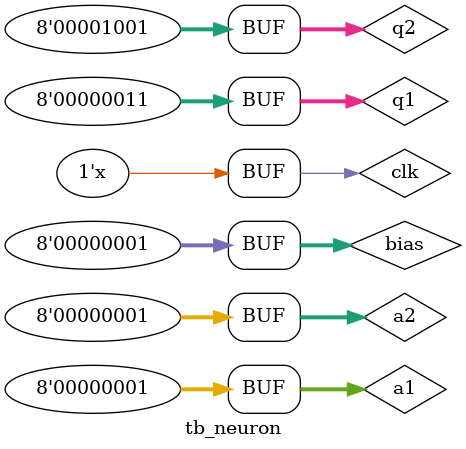
<source format=v>
`timescale 1ns / 1ps

module tb_neuron;

    reg clk;
    reg signed [7:0] a1, a2;
    reg signed [7:0] q1, q2, bias;
    
    wire out;
    wire signed [15:0] Vp;
    
    initial clk = 0;
    always #5 clk = ~clk;
    
    neuron NEURON (clk, a1, a2, q1, q2, bias, Vp, out);
    
    initial 
        begin
            a1 = 8'd0;
            a2 = 8'd0;
            q1 = 8'd0;
            q2 = 8'd0;
            bias = 8'd0;
            
            #400;
            a1 = 8'd1;
            a2 = 8'd1;
            q1 = 8'd3;
            q2 = 8'd2;
            bias = 8'd1;
            
            #400;
            a1 = 8'd1;
            a2 = 8'd1;
            q1 = 8'd3;
            q2 = 8'd9;
            bias = 8'd1;
            
        end
        
endmodule

</source>
